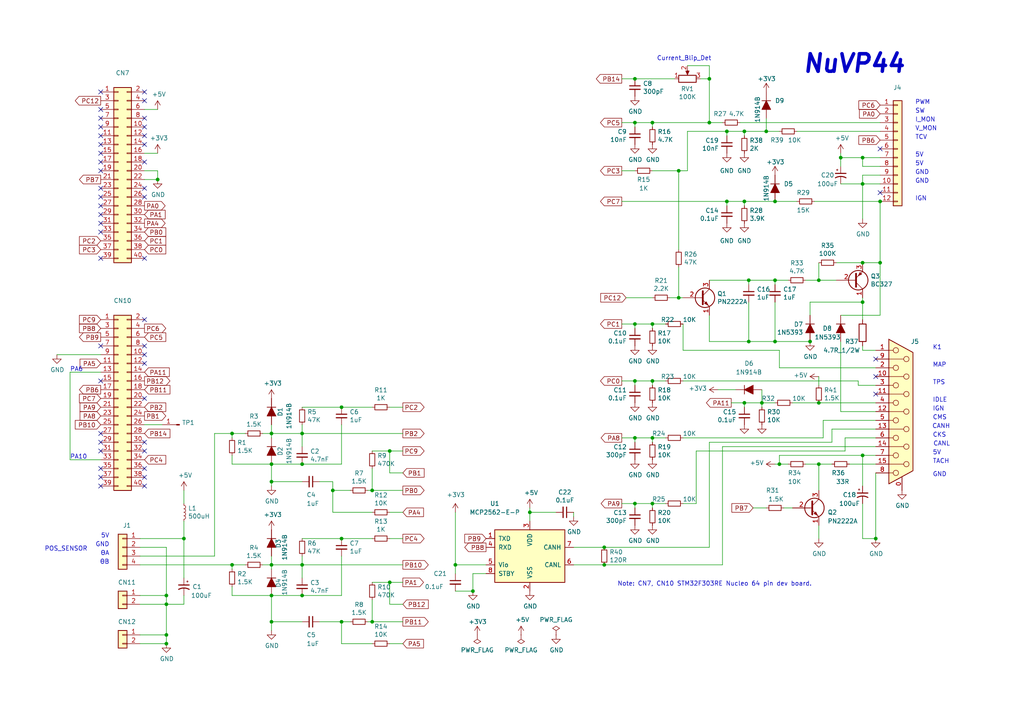
<source format=kicad_sch>
(kicad_sch (version 20230121) (generator eeschema)
  (paper "A4")
  (title_block (title "NuVP44 control") (date "2023-03-10") (rev "A1"))
  (junction (at 234.95 99.06))
  (junction (at 87.63 172.72))
  (junction (at 99.06 156.21))
  (junction (at 48.26 184.15))
  (junction (at 78.74 180.34))
  (junction (at 78.74 125.73))
  (junction (at 45.72 52.07))
  (junction (at 132.08 163.83))
  (junction (at 210.82 38.1))
  (junction (at 215.9 38.1))
  (junction (at 48.26 175.26))
  (junction (at 53.34 156.21))
  (junction (at 217.17 99.06))
  (junction (at 153.67 148.59))
  (junction (at 175.26 158.75))
  (junction (at 205.74 22.86))
  (junction (at 184.15 93.98))
  (junction (at 99.06 118.11))
  (junction (at 222.25 38.1))
  (junction (at 250.19 53.34))
  (junction (at 113.03 130.81))
  (junction (at 67.31 125.73))
  (junction (at 184.15 146.05))
  (junction (at 78.74 172.72))
  (junction (at 78.74 139.7))
  (junction (at 184.15 35.56))
  (junction (at 250.19 132.08))
  (junction (at 205.74 35.56))
  (junction (at 48.26 186.69))
  (junction (at 175.26 163.83))
  (junction (at 210.82 58.42))
  (junction (at 137.16 171.45))
  (junction (at 87.63 134.62))
  (junction (at 196.85 86.36))
  (junction (at 189.23 127))
  (junction (at 189.23 110.49))
  (junction (at 189.23 35.56))
  (junction (at 99.06 180.34))
  (junction (at 224.79 81.28))
  (junction (at 215.9 116.84))
  (junction (at 78.74 163.83))
  (junction (at 217.17 81.28))
  (junction (at 255.27 58.42))
  (junction (at 254 156.21))
  (junction (at 215.9 58.42))
  (junction (at 107.95 142.24))
  (junction (at 87.63 125.73))
  (junction (at 184.15 110.49))
  (junction (at 87.63 163.83))
  (junction (at 189.23 93.98))
  (junction (at 48.26 172.72))
  (junction (at 226.06 134.62))
  (junction (at 250.19 45.72))
  (junction (at 237.49 116.84))
  (junction (at 224.79 58.42))
  (junction (at 96.52 142.24))
  (junction (at 184.15 22.86))
  (junction (at 67.31 163.83))
  (junction (at 255.27 76.2))
  (junction (at 196.85 49.53))
  (junction (at 250.19 76.2))
  (junction (at 107.95 180.34))
  (junction (at 78.74 134.62))
  (junction (at 237.49 81.28))
  (junction (at 237.49 134.62))
  (junction (at 220.98 116.84))
  (junction (at 243.84 45.72))
  (junction (at 224.79 99.06))
  (junction (at 250.19 87.63))
  (junction (at 113.03 168.91))
  (junction (at 189.23 146.05))
  (junction (at 184.15 127))
  (no_connect (at 41.91 54.61))
  (no_connect (at 41.91 46.99))
  (no_connect (at 29.21 62.23))
  (no_connect (at 255.27 55.88))
  (no_connect (at 254 114.3))
  (no_connect (at 29.21 138.43))
  (no_connect (at 41.91 130.81))
  (no_connect (at 29.21 59.69))
  (no_connect (at 29.21 57.15))
  (no_connect (at 29.21 67.31))
  (no_connect (at 41.91 92.71))
  (no_connect (at 41.91 39.37))
  (no_connect (at 29.21 74.93))
  (no_connect (at 29.21 39.37))
  (no_connect (at 29.21 31.75))
  (no_connect (at 29.21 26.67))
  (no_connect (at 41.91 74.93))
  (no_connect (at 41.91 29.21))
  (no_connect (at 41.91 135.89))
  (no_connect (at 29.21 110.49))
  (no_connect (at 29.21 44.45))
  (no_connect (at 29.21 49.53))
  (no_connect (at 29.21 34.29))
  (no_connect (at 41.91 26.67))
  (no_connect (at 41.91 102.87))
  (no_connect (at 41.91 115.57))
  (no_connect (at 41.91 128.27))
  (no_connect (at 29.21 64.77))
  (no_connect (at 41.91 138.43))
  (no_connect (at 29.21 46.99))
  (no_connect (at 29.21 128.27))
  (no_connect (at 41.91 105.41))
  (no_connect (at 29.21 125.73))
  (no_connect (at 41.91 36.83))
  (no_connect (at 254 104.14))
  (no_connect (at 254 109.22))
  (no_connect (at 41.91 140.97))
  (no_connect (at 41.91 34.29))
  (no_connect (at 29.21 100.33))
  (no_connect (at 255.27 43.18))
  (no_connect (at 29.21 54.61))
  (no_connect (at 41.91 41.91))
  (no_connect (at 29.21 41.91))
  (no_connect (at 41.91 100.33))
  (no_connect (at 29.21 130.81))
  (no_connect (at 29.21 135.89))
  (no_connect (at 29.21 36.83))
  (no_connect (at 29.21 140.97))
  (no_connect (at 41.91 57.15))
  (wire (pts (xy 99.06 186.69) (xy 99.06 180.34)))
  (wire (pts (xy 53.34 175.26) (xy 53.34 172.72)))
  (wire (pts (xy 107.95 168.91) (xy 113.03 168.91)))
  (wire (pts (xy 215.9 116.84) (xy 220.98 116.84)))
  (wire (pts (xy 107.95 180.34) (xy 116.84 180.34)))
  (wire (pts (xy 205.74 99.06) (xy 217.17 99.06)))
  (wire (pts (xy 236.22 58.42) (xy 255.27 58.42)))
  (wire (pts (xy 250.19 140.97) (xy 250.19 132.08)))
  (wire (pts (xy 224.79 58.42) (xy 231.14 58.42)))
  (wire (pts (xy 87.63 123.19) (xy 87.63 125.73)))
  (wire (pts (xy 226.06 132.08) (xy 250.19 132.08)))
  (wire (pts (xy 255.27 76.2) (xy 255.27 58.42)))
  (wire (pts (xy 189.23 49.53) (xy 196.85 49.53)))
  (wire (pts (xy 184.15 110.49) (xy 189.23 110.49)))
  (wire (pts (xy 99.06 123.19) (xy 99.06 134.62)))
  (wire (pts (xy 180.34 49.53) (xy 184.15 49.53)))
  (wire (pts (xy 166.37 158.75) (xy 175.26 158.75)))
  (wire (pts (xy 180.34 22.86) (xy 184.15 22.86)))
  (wire (pts (xy 96.52 148.59) (xy 96.52 142.24)))
  (wire (pts (xy 215.9 38.1) (xy 222.25 38.1)))
  (wire (pts (xy 217.17 87.63) (xy 217.17 99.06)))
  (wire (pts (xy 132.08 163.83) (xy 140.97 163.83)))
  (wire (pts (xy 217.17 82.55) (xy 217.17 81.28)))
  (wire (pts (xy 245.11 127) (xy 254 127)))
  (wire (pts (xy 189.23 127) (xy 193.04 127)))
  (wire (pts (xy 199.39 19.05) (xy 205.74 19.05)))
  (wire (pts (xy 222.25 38.1) (xy 226.06 38.1)))
  (wire (pts (xy 76.2 163.83) (xy 78.74 163.83)))
  (wire (pts (xy 248.92 111.76) (xy 254 111.76)))
  (wire (pts (xy 116.84 137.16) (xy 113.03 137.16)))
  (wire (pts (xy 41.91 52.07) (xy 45.72 52.07)))
  (wire (pts (xy 180.34 110.49) (xy 184.15 110.49)))
  (wire (pts (xy 184.15 128.27) (xy 184.15 127)))
  (wire (pts (xy 226.06 134.62) (xy 226.06 132.08)))
  (wire (pts (xy 153.67 148.59) (xy 153.67 151.13)))
  (wire (pts (xy 199.39 38.1) (xy 210.82 38.1)))
  (wire (pts (xy 132.08 163.83) (xy 132.08 166.37)))
  (wire (pts (xy 255.27 91.44) (xy 255.27 76.2)))
  (wire (pts (xy 78.74 139.7) (xy 78.74 140.97)))
  (wire (pts (xy 243.84 44.45) (xy 243.84 45.72)))
  (wire (pts (xy 237.49 142.24) (xy 237.49 134.62)))
  (wire (pts (xy 99.06 180.34) (xy 101.6 180.34)))
  (wire (pts (xy 189.23 93.98) (xy 193.04 93.98)))
  (wire (pts (xy 107.95 148.59) (xy 96.52 148.59)))
  (wire (pts (xy 96.52 139.7) (xy 96.52 142.24)))
  (wire (pts (xy 181.61 86.36) (xy 189.23 86.36)))
  (wire (pts (xy 92.71 180.34) (xy 99.06 180.34)))
  (wire (pts (xy 78.74 161.29) (xy 78.74 163.83)))
  (wire (pts (xy 224.79 87.63) (xy 224.79 99.06)))
  (wire (pts (xy 198.12 127) (xy 238.76 127)))
  (wire (pts (xy 96.52 142.24) (xy 101.6 142.24)))
  (wire (pts (xy 198.12 101.6) (xy 198.12 93.98)))
  (wire (pts (xy 184.15 146.05) (xy 189.23 146.05)))
  (wire (pts (xy 215.9 39.37) (xy 215.9 38.1)))
  (wire (pts (xy 250.19 76.2) (xy 242.57 76.2)))
  (wire (pts (xy 250.19 45.72) (xy 243.84 45.72)))
  (wire (pts (xy 87.63 139.7) (xy 78.74 139.7)))
  (wire (pts (xy 20.32 133.35) (xy 20.32 107.95)))
  (wire (pts (xy 205.74 19.05) (xy 205.74 22.86)))
  (wire (pts (xy 71.12 125.73) (xy 67.31 125.73)))
  (wire (pts (xy 48.26 175.26) (xy 48.26 184.15)))
  (wire (pts (xy 87.63 163.83) (xy 87.63 167.64)))
  (wire (pts (xy 113.03 118.11) (xy 116.84 118.11)))
  (wire (pts (xy 87.63 180.34) (xy 78.74 180.34)))
  (wire (pts (xy 198.12 110.49) (xy 248.92 110.49)))
  (wire (pts (xy 99.06 172.72) (xy 87.63 172.72)))
  (wire (pts (xy 45.72 49.53) (xy 45.72 52.07)))
  (wire (pts (xy 48.26 175.26) (xy 53.34 175.26)))
  (wire (pts (xy 201.93 146.05) (xy 198.12 146.05)))
  (wire (pts (xy 107.95 142.24) (xy 116.84 142.24)))
  (wire (pts (xy 205.74 128.27) (xy 241.3 128.27)))
  (wire (pts (xy 184.15 147.32) (xy 184.15 146.05)))
  (wire (pts (xy 67.31 125.73) (xy 67.31 127)))
  (wire (pts (xy 189.23 36.83) (xy 189.23 35.56)))
  (wire (pts (xy 217.17 99.06) (xy 224.79 99.06)))
  (wire (pts (xy 229.87 116.84) (xy 237.49 116.84)))
  (wire (pts (xy 106.68 142.24) (xy 107.95 142.24)))
  (wire (pts (xy 250.19 146.05) (xy 250.19 156.21)))
  (wire (pts (xy 210.82 39.37) (xy 210.82 38.1)))
  (wire (pts (xy 215.9 118.11) (xy 215.9 116.84)))
  (wire (pts (xy 210.82 59.69) (xy 210.82 58.42)))
  (wire (pts (xy 107.95 173.99) (xy 107.95 180.34)))
  (wire (pts (xy 224.79 81.28) (xy 228.6 81.28)))
  (wire (pts (xy 237.49 81.28) (xy 233.68 81.28)))
  (wire (pts (xy 220.98 116.84) (xy 224.79 116.84)))
  (wire (pts (xy 218.44 147.32) (xy 222.25 147.32)))
  (wire (pts (xy 67.31 163.83) (xy 67.31 165.1)))
  (wire (pts (xy 205.74 35.56) (xy 209.55 35.56)))
  (wire (pts (xy 175.26 158.75) (xy 205.74 158.75)))
  (wire (pts (xy 40.64 158.75) (xy 48.26 158.75)))
  (wire (pts (xy 205.74 81.28) (xy 217.17 81.28)))
  (wire (pts (xy 255.27 53.34) (xy 250.19 53.34)))
  (wire (pts (xy 224.79 99.06) (xy 234.95 99.06)))
  (wire (pts (xy 226.06 106.68) (xy 226.06 101.6)))
  (wire (pts (xy 132.08 171.45) (xy 137.16 171.45)))
  (wire (pts (xy 250.19 45.72) (xy 255.27 45.72)))
  (wire (pts (xy 255.27 50.8) (xy 250.19 50.8)))
  (wire (pts (xy 53.34 167.64) (xy 53.34 156.21)))
  (wire (pts (xy 224.79 82.55) (xy 224.79 81.28)))
  (wire (pts (xy 209.55 163.83) (xy 209.55 129.54)))
  (wire (pts (xy 107.95 186.69) (xy 99.06 186.69)))
  (wire (pts (xy 107.95 135.89) (xy 107.95 142.24)))
  (wire (pts (xy 237.49 111.76) (xy 237.49 109.22)))
  (wire (pts (xy 113.03 130.81) (xy 116.84 130.81)))
  (wire (pts (xy 254 137.16) (xy 254 156.21)))
  (wire (pts (xy 234.95 87.63) (xy 250.19 87.63)))
  (wire (pts (xy 210.82 58.42) (xy 215.9 58.42)))
  (wire (pts (xy 243.84 119.38) (xy 243.84 99.06)))
  (wire (pts (xy 245.11 130.81) (xy 245.11 127)))
  (wire (pts (xy 87.63 134.62) (xy 78.74 134.62)))
  (wire (pts (xy 41.91 31.75) (xy 45.72 31.75)))
  (wire (pts (xy 71.12 163.83) (xy 67.31 163.83)))
  (wire (pts (xy 41.91 49.53) (xy 45.72 49.53)))
  (wire (pts (xy 16.51 102.87) (xy 29.21 102.87)))
  (wire (pts (xy 196.85 72.39) (xy 196.85 49.53)))
  (wire (pts (xy 67.31 134.62) (xy 78.74 134.62)))
  (wire (pts (xy 99.06 161.29) (xy 99.06 172.72)))
  (wire (pts (xy 250.19 50.8) (xy 250.19 53.34)))
  (wire (pts (xy 113.03 137.16) (xy 113.03 130.81)))
  (wire (pts (xy 196.85 77.47) (xy 196.85 86.36)))
  (wire (pts (xy 189.23 110.49) (xy 193.04 110.49)))
  (wire (pts (xy 78.74 182.88) (xy 78.74 180.34)))
  (wire (pts (xy 238.76 121.92) (xy 254 121.92)))
  (wire (pts (xy 40.64 184.15) (xy 48.26 184.15)))
  (wire (pts (xy 184.15 127) (xy 189.23 127)))
  (wire (pts (xy 140.97 166.37) (xy 137.16 166.37)))
  (wire (pts (xy 92.71 139.7) (xy 96.52 139.7)))
  (wire (pts (xy 222.25 34.29) (xy 222.25 38.1)))
  (wire (pts (xy 212.09 116.84) (xy 215.9 116.84)))
  (wire (pts (xy 87.63 172.72) (xy 78.74 172.72)))
  (wire (pts (xy 67.31 170.18) (xy 67.31 172.72)))
  (wire (pts (xy 220.98 118.11) (xy 220.98 116.84)))
  (wire (pts (xy 205.74 158.75) (xy 205.74 128.27)))
  (wire (pts (xy 67.31 132.08) (xy 67.31 134.62)))
  (wire (pts (xy 237.49 76.2) (xy 237.49 81.28)))
  (wire (pts (xy 243.84 45.72) (xy 243.84 48.26)))
  (wire (pts (xy 87.63 118.11) (xy 99.06 118.11)))
  (wire (pts (xy 205.74 22.86) (xy 205.74 35.56)))
  (wire (pts (xy 99.06 134.62) (xy 87.63 134.62)))
  (wire (pts (xy 250.19 100.33) (xy 250.19 101.6)))
  (wire (pts (xy 254 119.38) (xy 243.84 119.38)))
  (wire (pts (xy 116.84 163.83) (xy 87.63 163.83)))
  (wire (pts (xy 184.15 111.76) (xy 184.15 110.49)))
  (wire (pts (xy 220.98 113.03) (xy 220.98 116.84)))
  (wire (pts (xy 194.31 86.36) (xy 196.85 86.36)))
  (wire (pts (xy 40.64 161.29) (xy 62.23 161.29)))
  (wire (pts (xy 250.19 132.08) (xy 254 132.08)))
  (wire (pts (xy 40.64 163.83) (xy 67.31 163.83)))
  (wire (pts (xy 210.82 38.1) (xy 215.9 38.1)))
  (wire (pts (xy 195.58 22.86) (xy 184.15 22.86)))
  (wire (pts (xy 180.34 93.98) (xy 184.15 93.98)))
  (wire (pts (xy 189.23 95.25) (xy 189.23 93.98)))
  (wire (pts (xy 250.19 53.34) (xy 250.19 63.5)))
  (wire (pts (xy 107.95 118.11) (xy 99.06 118.11)))
  (wire (pts (xy 231.14 38.1) (xy 255.27 38.1)))
  (wire (pts (xy 226.06 101.6) (xy 198.12 101.6)))
  (wire (pts (xy 76.2 125.73) (xy 78.74 125.73)))
  (wire (pts (xy 41.91 44.45) (xy 45.72 44.45)))
  (wire (pts (xy 116.84 175.26) (xy 113.03 175.26)))
  (wire (pts (xy 214.63 35.56) (xy 255.27 35.56)))
  (wire (pts (xy 166.37 148.59) (xy 166.37 149.86)))
  (wire (pts (xy 67.31 172.72) (xy 78.74 172.72)))
  (wire (pts (xy 78.74 172.72) (xy 78.74 180.34)))
  (wire (pts (xy 250.19 101.6) (xy 254 101.6)))
  (wire (pts (xy 241.3 124.46) (xy 254 124.46)))
  (wire (pts (xy 153.67 148.59) (xy 161.29 148.59)))
  (wire (pts (xy 246.38 134.62) (xy 254 134.62)))
  (wire (pts (xy 153.67 147.32) (xy 153.67 148.59)))
  (wire (pts (xy 234.95 91.44) (xy 234.95 87.63)))
  (wire (pts (xy 40.64 186.69) (xy 48.26 186.69)))
  (wire (pts (xy 189.23 146.05) (xy 193.04 146.05)))
  (wire (pts (xy 62.23 161.29) (xy 62.23 125.73)))
  (wire (pts (xy 250.19 87.63) (xy 250.19 92.71)))
  (wire (pts (xy 250.19 48.26) (xy 250.19 45.72)))
  (wire (pts (xy 243.84 53.34) (xy 250.19 53.34)))
  (wire (pts (xy 20.32 133.35) (xy 29.21 133.35)))
  (wire (pts (xy 175.26 163.83) (xy 209.55 163.83)))
  (wire (pts (xy 205.74 91.44) (xy 205.74 99.06)))
  (wire (pts (xy 116.84 186.69) (xy 113.03 186.69)))
  (wire (pts (xy 48.26 172.72) (xy 48.26 158.75)))
  (wire (pts (xy 196.85 49.53) (xy 199.39 49.53)))
  (wire (pts (xy 113.03 175.26) (xy 113.03 168.91)))
  (wire (pts (xy 48.26 184.15) (xy 48.26 186.69)))
  (wire (pts (xy 180.34 35.56) (xy 184.15 35.56)))
  (wire (pts (xy 242.57 81.28) (xy 237.49 81.28)))
  (wire (pts (xy 78.74 163.83) (xy 87.63 163.83)))
  (wire (pts (xy 215.9 58.42) (xy 224.79 58.42)))
  (wire (pts (xy 20.32 107.95) (xy 29.21 107.95)))
  (wire (pts (xy 250.19 86.36) (xy 250.19 87.63)))
  (wire (pts (xy 107.95 156.21) (xy 99.06 156.21)))
  (wire (pts (xy 184.15 35.56) (xy 189.23 35.56)))
  (wire (pts (xy 184.15 36.83) (xy 184.15 35.56)))
  (wire (pts (xy 53.34 151.13) (xy 53.34 156.21)))
  (wire (pts (xy 237.49 116.84) (xy 254 116.84)))
  (wire (pts (xy 189.23 147.32) (xy 189.23 146.05)))
  (wire (pts (xy 189.23 128.27) (xy 189.23 127)))
  (wire (pts (xy 40.64 175.26) (xy 48.26 175.26)))
  (wire (pts (xy 113.03 156.21) (xy 116.84 156.21)))
  (wire (pts (xy 237.49 134.62) (xy 233.68 134.62)))
  (wire (pts (xy 184.15 93.98) (xy 189.23 93.98)))
  (wire (pts (xy 226.06 134.62) (xy 224.79 134.62)))
  (wire (pts (xy 137.16 166.37) (xy 137.16 171.45)))
  (wire (pts (xy 228.6 134.62) (xy 226.06 134.62)))
  (wire (pts (xy 62.23 125.73) (xy 67.31 125.73)))
  (wire (pts (xy 250.19 156.21) (xy 254 156.21)))
  (wire (pts (xy 40.64 156.21) (xy 53.34 156.21)))
  (wire (pts (xy 241.3 128.27) (xy 241.3 124.46)))
  (wire (pts (xy 184.15 95.25) (xy 184.15 93.98)))
  (wire (pts (xy 243.84 91.44) (xy 255.27 91.44)))
  (wire (pts (xy 87.63 125.73) (xy 87.63 129.54)))
  (wire (pts (xy 78.74 165.1) (xy 78.74 163.83)))
  (wire (pts (xy 255.27 48.26) (xy 250.19 48.26)))
  (wire (pts (xy 87.63 156.21) (xy 99.06 156.21)))
  (wire (pts (xy 41.91 123.19) (xy 46.99 123.19)))
  (wire (pts (xy 78.74 127) (xy 78.74 125.73)))
  (wire (pts (xy 248.92 110.49) (xy 248.92 111.76)))
  (wire (pts (xy 196.85 86.36) (xy 198.12 86.36)))
  (wire (pts (xy 180.34 58.42) (xy 210.82 58.42)))
  (wire (pts (xy 254 106.68) (xy 226.06 106.68)))
  (wire (pts (xy 78.74 125.73) (xy 87.63 125.73)))
  (wire (pts (xy 113.03 168.91) (xy 116.84 168.91)))
  (wire (pts (xy 48.26 172.72) (xy 48.26 175.26)))
  (wire (pts (xy 132.08 148.59) (xy 132.08 163.83)))
  (wire (pts (xy 203.2 22.86) (xy 205.74 22.86)))
  (wire (pts (xy 116.84 148.59) (xy 113.03 148.59)))
  (wire (pts (xy 215.9 59.69) (xy 215.9 58.42)))
  (wire (pts (xy 106.68 180.34) (xy 107.95 180.34)))
  (wire (pts (xy 53.34 142.24) (xy 53.34 146.05)))
  (wire (pts (xy 201.93 130.81) (xy 245.11 130.81)))
  (wire (pts (xy 78.74 134.62) (xy 78.74 139.7)))
  (wire (pts (xy 199.39 49.53) (xy 199.39 38.1)))
  (wire (pts (xy 208.28 113.03) (xy 213.36 113.03)))
  (wire (pts (xy 217.17 81.28) (xy 224.79 81.28)))
  (wire (pts (xy 237.49 152.4) (xy 237.49 156.21)))
  (wire (pts (xy 227.33 147.32) (xy 229.87 147.32)))
  (wire (pts (xy 241.3 134.62) (xy 237.49 134.62)))
  (wire (pts (xy 87.63 161.29) (xy 87.63 163.83)))
  (wire (pts (xy 180.34 146.05) (xy 184.15 146.05)))
  (wire (pts (xy 201.93 130.81) (xy 201.93 146.05)))
  (wire (pts (xy 189.23 35.56) (xy 205.74 35.56)))
  (wire (pts (xy 189.23 111.76) (xy 189.23 110.49)))
  (wire (pts (xy 78.74 123.19) (xy 78.74 125.73)))
  (wire (pts (xy 238.76 127) (xy 238.76 121.92)))
  (wire (pts (xy 116.84 125.73) (xy 87.63 125.73)))
  (wire (pts (xy 209.55 129.54) (xy 254 129.54)))
  (wire (pts (xy 107.95 130.81) (xy 113.03 130.81)))
  (wire (pts (xy 166.37 163.83) (xy 175.26 163.83)))
  (wire (pts (xy 180.34 127) (xy 184.15 127)))
  (wire (pts (xy 250.19 76.2) (xy 255.27 76.2)))
  (wire (pts (xy 40.64 172.72) (xy 48.26 172.72)))
  (text "5V" (at 265.43 45.72 0) (effects (font (size 1.27 1.27)) (justify left bottom)))
  (text "ϴB" (at 31.75 163.83 0) (effects (font (size 1.27 1.27)) (justify right bottom)))
  (text "Note: CN7, CN10 STM32F303RE Nucleo 64 pin dev board." (at 179.07 170.18 0) (effects (font (size 1.27 1.27)) (justify left bottom)))
  (text "K1" (at 270.51 101.6 0) (effects (font (size 1.27 1.27)) (justify left bottom)))
  (text "IGN" (at 265.43 58.42 0) (effects (font (size 1.27 1.27)) (justify left bottom)))
  (text "GND" (at 31.75 158.75 0) (effects (font (size 1.27 1.27)) (justify right bottom)))
  (text "I_MON" (at 265.43 35.56 0) (effects (font (size 1.27 1.27)) (justify left bottom)))
  (text "CANL" (at 275.59 129.54 0) (effects (font (size 1.27 1.27)) (justify right bottom)))
  (text "PA10" (at 20.32 133.35 0) (effects (font (size 1.27 1.27)) (justify left bottom)))
  (text "GND" (at 270.51 138.43 0) (effects (font (size 1.27 1.27)) (justify left bottom)))
  (text "SW" (at 265.43 33.02 0) (effects (font (size 1.27 1.27)) (justify left bottom)))
  (text "NuVP44" (at 262.89 21.59 0) (effects (font (size 5.08 5.08) (thickness 1.016) bold italic) (justify right bottom)))
  (text "Current_Blip_Det" (at 190.5 17.78 0) (effects (font (size 1.27 1.27)) (justify left bottom)))
  (text "5V" (at 265.43 48.26 0) (effects (font (size 1.27 1.27)) (justify left bottom)))
  (text "PA6" (at 20.32 107.95 0) (effects (font (size 1.27 1.27)) (justify left bottom)))
  (text "CMS" (at 270.51 121.92 0) (effects (font (size 1.27 1.27)) (justify left bottom)))
  (text "TCV" (at 265.43 40.64 0) (effects (font (size 1.27 1.27)) (justify left bottom)))
  (text "5V" (at 31.75 156.21 0) (effects (font (size 1.27 1.27)) (justify right bottom)))
  (text "TACH" (at 270.51 134.62 0) (effects (font (size 1.27 1.27)) (justify left bottom)))
  (text "ϴA" (at 31.75 161.29 0) (effects (font (size 1.27 1.27)) (justify right bottom)))
  (text "V_MON" (at 265.43 38.1 0) (effects (font (size 1.27 1.27)) (justify left bottom)))
  (text "IDLE" (at 270.51 116.84 0) (effects (font (size 1.27 1.27)) (justify left bottom)))
  (text "5V" (at 270.51 132.08 0) (effects (font (size 1.27 1.27)) (justify left bottom)))
  (text "PWM" (at 265.43 30.48 0) (effects (font (size 1.27 1.27)) (justify left bottom)))
  (text "GND" (at 265.43 50.8 0) (effects (font (size 1.27 1.27)) (justify left bottom)))
  (text "POS_SENSOR" (at 25.4 160.02 0) (effects (font (size 1.27 1.27)) (justify right bottom)))
  (text "GND" (at 265.43 53.34 0) (effects (font (size 1.27 1.27)) (justify left bottom)))
  (text "CKS" (at 270.51 127 0) (effects (font (size 1.27 1.27)) (justify left bottom)))
  (text "TPS" (at 270.51 111.76 0) (effects (font (size 1.27 1.27)) (justify left bottom)))
  (text "IGN" (at 270.51 119.38 0) (effects (font (size 1.27 1.27)) (justify left bottom)))
  (text "MAP" (at 270.51 106.68 0) (effects (font (size 1.27 1.27)) (justify left bottom)))
  (text "CANH" (at 275.59 124.46 0) (effects (font (size 1.27 1.27)) (justify right bottom)))
  (global_label "PC1" (shape output) (at 180.34 93.98 180) (property "Intersheetrefs" "${INTERSHEET_REFS}" (effects hide)))
  (global_label "PC12" (shape output) (at 29.21 29.21 180) (property "Intersheetrefs" "${INTERSHEET_REFS}" (effects hide)))
  (global_label "PB12" (shape input) (at 116.84 175.26 0) (property "Intersheetrefs" "${INTERSHEET_REFS}" (effects hide)))
  (global_label "PA11" (shape output) (at 212.09 116.84 180) (property "Intersheetrefs" "${INTERSHEET_REFS}" (effects hide)))
  (global_label "PA4" (shape output) (at 41.91 64.77 0) (property "Intersheetrefs" "${INTERSHEET_REFS}" (effects hide)))
  (global_label "PC0" (shape output) (at 180.34 110.49 180) (property "Intersheetrefs" "${INTERSHEET_REFS}" (effects hide)))
  (global_label "PC3" (shape output) (at 180.34 49.53 180) (property "Intersheetrefs" "${INTERSHEET_REFS}" (effects hide)))
  (global_label "PA1" (shape output) (at 116.84 168.91 0) (property "Intersheetrefs" "${INTERSHEET_REFS}" (effects hide)))
  (global_label "PC4" (shape input) (at 41.91 133.35 0) (property "Intersheetrefs" "${INTERSHEET_REFS}" (effects hide)))
  (global_label "PC7" (shape output) (at 180.34 58.42 180) (property "Intersheetrefs" "${INTERSHEET_REFS}" (effects hide)))
  (global_label "PC3" (shape input) (at 29.21 72.39 180) (property "Intersheetrefs" "${INTERSHEET_REFS}" (effects hide)))
  (global_label "PA5" (shape input) (at 29.21 105.41 180) (property "Intersheetrefs" "${INTERSHEET_REFS}" (effects hide)))
  (global_label "PB7" (shape output) (at 29.21 52.07 180) (property "Intersheetrefs" "${INTERSHEET_REFS}" (effects hide)))
  (global_label "PA5" (shape input) (at 116.84 186.69 0) (property "Intersheetrefs" "${INTERSHEET_REFS}" (effects hide)))
  (global_label "PB2" (shape output) (at 116.84 125.73 0) (property "Intersheetrefs" "${INTERSHEET_REFS}" (effects hide)))
  (global_label "PB8" (shape output) (at 140.97 158.75 180) (property "Intersheetrefs" "${INTERSHEET_REFS}" (effects hide)))
  (global_label "PB10" (shape output) (at 116.84 163.83 0) (property "Intersheetrefs" "${INTERSHEET_REFS}" (effects hide)))
  (global_label "PB9" (shape input) (at 140.97 156.21 180) (property "Intersheetrefs" "${INTERSHEET_REFS}" (effects hide)))
  (global_label "PB6" (shape input) (at 255.27 40.64 180) (property "Intersheetrefs" "${INTERSHEET_REFS}" (effects hide)))
  (global_label "PA4" (shape input) (at 116.84 148.59 0) (property "Intersheetrefs" "${INTERSHEET_REFS}" (effects hide)))
  (global_label "PB14" (shape output) (at 180.34 22.86 180) (property "Intersheetrefs" "${INTERSHEET_REFS}" (effects hide)))
  (global_label "PA9" (shape input) (at 29.21 118.11 180) (property "Intersheetrefs" "${INTERSHEET_REFS}" (effects hide)))
  (global_label "PA1" (shape input) (at 41.91 62.23 0) (property "Intersheetrefs" "${INTERSHEET_REFS}" (effects hide)))
  (global_label "PB0" (shape input) (at 41.91 67.31 0) (property "Intersheetrefs" "${INTERSHEET_REFS}" (effects hide)))
  (global_label "PB11" (shape input) (at 41.91 113.03 0) (property "Intersheetrefs" "${INTERSHEET_REFS}" (effects hide)))
  (global_label "PC1" (shape input) (at 41.91 69.85 0) (property "Intersheetrefs" "${INTERSHEET_REFS}" (effects hide)))
  (global_label "PC9" (shape output) (at 116.84 130.81 0) (property "Intersheetrefs" "${INTERSHEET_REFS}" (effects hide)))
  (global_label "PB1" (shape output) (at 41.91 120.65 0) (property "Intersheetrefs" "${INTERSHEET_REFS}" (effects hide)))
  (global_label "PC2" (shape input) (at 29.21 69.85 180) (property "Intersheetrefs" "${INTERSHEET_REFS}" (effects hide)))
  (global_label "PB11" (shape output) (at 116.84 180.34 0) (property "Intersheetrefs" "${INTERSHEET_REFS}" (effects hide)))
  (global_label "PC7" (shape input) (at 29.21 115.57 180) (property "Intersheetrefs" "${INTERSHEET_REFS}" (effects hide)))
  (global_label "PB0" (shape output) (at 116.84 142.24 0) (property "Intersheetrefs" "${INTERSHEET_REFS}" (effects hide)))
  (global_label "PC6" (shape output) (at 41.91 95.25 0) (property "Intersheetrefs" "${INTERSHEET_REFS}" (effects hide)))
  (global_label "PA11" (shape input) (at 41.91 107.95 0) (property "Intersheetrefs" "${INTERSHEET_REFS}" (effects hide)))
  (global_label "PB9" (shape output) (at 29.21 97.79 180) (property "Intersheetrefs" "${INTERSHEET_REFS}" (effects hide)))
  (global_label "PB7" (shape input) (at 218.44 147.32 180) (property "Intersheetrefs" "${INTERSHEET_REFS}" (effects hide)))
  (global_label "PA8" (shape output) (at 180.34 127 180) (property "Intersheetrefs" "${INTERSHEET_REFS}" (effects hide)))
  (global_label "PB2" (shape input) (at 41.91 118.11 0) (property "Intersheetrefs" "${INTERSHEET_REFS}" (effects hide)))
  (global_label "PB10" (shape input) (at 29.21 123.19 180) (property "Intersheetrefs" "${INTERSHEET_REFS}" (effects hide)))
  (global_label "PC9" (shape input) (at 29.21 92.71 180) (property "Intersheetrefs" "${INTERSHEET_REFS}" (effects hide)))
  (global_label "PC2" (shape output) (at 116.84 118.11 0) (property "Intersheetrefs" "${INTERSHEET_REFS}" (effects hide)))
  (global_label "PC4" (shape output) (at 116.84 156.21 0) (property "Intersheetrefs" "${INTERSHEET_REFS}" (effects hide)))
  (global_label "PB14" (shape input) (at 41.91 125.73 0) (property "Intersheetrefs" "${INTERSHEET_REFS}" (effects hide)))
  (global_label "PA0" (shape output) (at 41.91 59.69 0) (property "Intersheetrefs" "${INTERSHEET_REFS}" (effects hide)))
  (global_label "PC6" (shape input) (at 255.27 30.48 180) (property "Intersheetrefs" "${INTERSHEET_REFS}" (effects hide)))
  (global_label "PB6" (shape output) (at 29.21 113.03 180) (property "Intersheetrefs" "${INTERSHEET_REFS}" (effects hide)))
  (global_label "PA0" (shape input) (at 255.27 33.02 180) (property "Intersheetrefs" "${INTERSHEET_REFS}" (effects hide)))
  (global_label "PB1" (shape input) (at 116.84 137.16 0) (property "Intersheetrefs" "${INTERSHEET_REFS}" (effects hide)))
  (global_label "PC5" (shape input) (at 41.91 97.79 0) (property "Intersheetrefs" "${INTERSHEET_REFS}" (effects hide)))
  (global_label "PA8" (shape input) (at 29.21 120.65 180) (property "Intersheetrefs" "${INTERSHEET_REFS}" (effects hide)))
  (global_label "PC12" (shape input) (at 181.61 86.36 180) (property "Intersheetrefs" "${INTERSHEET_REFS}" (effects hide)))
  (global_label "PC0" (shape input) (at 41.91 72.39 0) (property "Intersheetrefs" "${INTERSHEET_REFS}" (effects hide)))
  (global_label "PB8" (shape input) (at 29.21 95.25 180) (property "Intersheetrefs" "${INTERSHEET_REFS}" (effects hide)))
  (global_label "PB12" (shape output) (at 41.91 110.49 0) (property "Intersheetrefs" "${INTERSHEET_REFS}" (effects hide)))
  (global_label "PC5" (shape output) (at 180.34 35.56 180) (property "Intersheetrefs" "${INTERSHEET_REFS}" (effects hide)))
  (global_label "PA9" (shape output) (at 180.34 146.05 180) (property "Intersheetrefs" "${INTERSHEET_REFS}" (effects hide)))
  (symbol (lib_id "030823NU-rescue:Conn_02x20_Odd_Even-Connector_Generic") (at 34.29 49.53 0) (unit 1)
    (property "Reference" "CN7" (at 35.56 21.1582 0))
    (property "Value" "Conn_02x20_Odd_Even" (effects hide))
    (property "Footprint" "Connector_PinHeader_2.54mm:PinHeader_2x20_P2.54mm_Vertical" (effects hide))
  )
  (symbol (lib_id "030823NU-rescue:Conn_02x20_Odd_Even-Connector_Generic") (at 34.29 115.57 0) (unit 1)
    (property "Reference" "CN10" (at 35.56 87.1982 0))
    (property "Value" "Conn_02x20_Odd_Even" (effects hide))
    (property "Footprint" "Connector_PinHeader_2.54mm:PinHeader_2x20_P2.54mm_Vertical" (effects hide))
  )
  (symbol (lib_id "030823NU-rescue:R_Small-Device") (at 231.14 134.62 90) (unit 1)
    (property "Reference" "R34" (at 232.41 137.16 90) (effects (justify left)))
    (property "Value" "10K" (at 232.41 139.7 90) (effects (justify left)))
    (property "Footprint" "Resistor_THT:R_Axial_DIN0204_L3.6mm_D1.6mm_P7.62mm_Horizontal" (effects hide))
  )
  (symbol (lib_id "030823NU-rescue:R_Small-Device") (at 243.84 134.62 90) (unit 1)
    (property "Reference" "R36" (at 245.11 137.16 90) (effects (justify left)))
    (property "Value" "33R" (at 246.38 139.7 90) (effects (justify left)))
    (property "Footprint" "Resistor_THT:R_Axial_DIN0204_L3.6mm_D1.6mm_P7.62mm_Horizontal" (effects hide))
  )
  (symbol (lib_id "030823NU-rescue:Conn_01x04-Connector_Generic") (at 35.56 158.75 0) (mirror y) (unit 1)
    (property "Reference" "J1" (at 36.83 152.4 0))
    (property "Value" "Conn_01x04_Shielded" (effects hide))
    (property "Footprint" "Connector_PinHeader_2.54mm:PinHeader_1x04_P2.54mm_Vertical" (effects hide))
  )
  (symbol (lib_id "030823NU-rescue:Conn_01x02-Connector_Generic") (at 35.56 172.72 0) (mirror y) (unit 1)
    (property "Reference" "CN11" (at 36.83 168.91 0))
    (property "Value" "Conn_01x02_Female" (effects hide))
    (property "Footprint" "Connector_PinHeader_2.54mm:PinHeader_1x02_P2.54mm_Vertical" (effects hide))
    (property "Datasheet" " S5448-ND RIGHT ANGLE" (effects hide))
  )
  (symbol (lib_id "030823NU-rescue:Conn_01x02-Connector_Generic") (at 35.56 184.15 0) (mirror y) (unit 1)
    (property "Reference" "CN12" (at 36.83 180.34 0))
    (property "Value" "Conn_01x02_Female" (effects hide))
    (property "Footprint" "Connector_PinHeader_2.54mm:PinHeader_1x02_P2.54mm_Vertical" (effects hide))
    (property "Datasheet" " S5448-ND RIGHT ANGLE" (effects hide))
  )
  (symbol (lib_id "030823NU-rescue:GND-power") (at 48.26 186.69 0) (unit 1)
    (property "Reference" "#PWR05" (effects hide))
    (property "Value" "GND" (at 48.387 191.0842 0))
  )
  (symbol (lib_id "030823NU-rescue:GND-power") (at 237.49 156.21 0) (unit 1)
    (property "Reference" "#PWR030" (effects hide))
    (property "Value" "GND" (at 237.617 160.6042 0))
  )
  (symbol (lib_id "030823NU-rescue:+5V-power") (at 224.79 134.62 90) (unit 1)
    (property "Reference" "#PWR028" (effects hide))
    (property "Value" "+5V" (at 221.5388 134.239 90) (effects (justify left)))
  )
  (symbol (lib_id "030823NU-rescue:R_Small-Device") (at 224.79 147.32 90) (unit 1)
    (property "Reference" "R31" (at 226.06 142.24 90) (effects (justify left)))
    (property "Value" "1.5K" (at 227.33 144.78 90) (effects (justify left)))
    (property "Footprint" "Resistor_THT:R_Axial_DIN0204_L3.6mm_D1.6mm_P7.62mm_Horizontal" (effects hide))
  )
  (symbol (lib_id "030823NU-rescue:GND-power") (at 254 156.21 0) (unit 1)
    (property "Reference" "#PWR033" (effects hide))
    (property "Value" "GND" (at 254.127 160.6042 0))
  )
  (symbol (lib_id "030823NU-rescue:GND-power") (at 45.72 52.07 0) (unit 1)
    (property "Reference" "#PWR04" (effects hide))
    (property "Value" "GND" (at 45.847 56.4642 0))
  )
  (symbol (lib_id "030823NU-rescue:+3V3-power") (at 45.72 44.45 0) (unit 1)
    (property "Reference" "#PWR03" (effects hide))
    (property "Value" "+3V3" (at 46.101 40.0558 0))
  )
  (symbol (lib_id "030823NU-rescue:+5V-power") (at 45.72 31.75 0) (unit 1)
    (property "Reference" "#PWR02" (effects hide))
    (property "Value" "+5V" (at 46.101 27.3558 0))
  )
  (symbol (lib_id "030823NU-rescue:CP1_Small-Device") (at 250.19 143.51 0) (unit 1)
    (property "Reference" "C18" (at 246.38 143.51 0))
    (property "Value" "100uF" (at 246.38 146.05 0))
    (property "Footprint" "Capacitor_THT:CP_Radial_D5.0mm_P2.50mm" (effects hide))
  )
  (symbol (lib_id "030823NU-rescue:R_Small-Device") (at 189.23 97.79 0) (unit 1)
    (property "Reference" "R17" (at 190.7286 96.6216 0) (effects (justify left)))
    (property "Value" "10K" (at 190.7286 98.933 0) (effects (justify left)))
    (property "Footprint" "Resistor_THT:R_Axial_DIN0204_L3.6mm_D1.6mm_P7.62mm_Horizontal" (effects hide))
  )
  (symbol (lib_id "030823NU-rescue:R_Small-Device") (at 195.58 93.98 90) (unit 1)
    (property "Reference" "R22" (at 195.58 92.71 90) (effects (justify left)))
    (property "Value" "10K" (at 201.93 92.71 90) (effects (justify left)))
    (property "Footprint" "Resistor_THT:R_Axial_DIN0204_L3.6mm_D1.6mm_P7.62mm_Horizontal" (effects hide))
  )
  (symbol (lib_id "030823NU-rescue:C_Small-Device") (at 184.15 97.79 0) (mirror y) (unit 1)
    (property "Reference" "C10" (at 181.8132 96.6216 0) (effects (justify left)))
    (property "Value" "0.1uF" (at 181.8132 98.933 0) (effects (justify left)))
    (property "Footprint" "Capacitor_THT:C_Disc_D5.0mm_W2.5mm_P5.00mm" (effects hide))
  )
  (symbol (lib_id "030823NU-rescue:GND-power") (at 184.15 100.33 0) (unit 1)
    (property "Reference" "#PWR013" (effects hide))
    (property "Value" "GND" (at 184.277 104.7242 0))
  )
  (symbol (lib_id "030823NU-rescue:GND-power") (at 189.23 100.33 0) (unit 1)
    (property "Reference" "#PWR018" (effects hide))
    (property "Value" "GND" (at 189.357 104.7242 0))
  )
  (symbol (lib_id "030823NU-rescue:L_Small-Device") (at 53.34 148.59 0) (unit 1)
    (property "Reference" "L1" (at 54.5592 147.4216 0) (effects (justify left)))
    (property "Value" "500uH" (at 54.5592 149.733 0) (effects (justify left)))
    (property "Footprint" "Inductor_THT:L_Axial_L11.0mm_D4.5mm_P5.08mm_Vertical_Fastron_MECC" (effects hide))
  )
  (symbol (lib_id "030823NU-rescue:CP1_Small-Device") (at 53.34 170.18 0) (mirror y) (unit 1)
    (property "Reference" "C1" (at 57.15 170.18 0))
    (property "Value" "100uF" (at 58.42 172.72 0))
    (property "Footprint" "Capacitor_THT:CP_Radial_D5.0mm_P2.50mm" (effects hide))
  )
  (symbol (lib_id "030823NU-rescue:+5V-power") (at 53.34 142.24 0) (unit 1)
    (property "Reference" "#PWR06" (effects hide))
    (property "Value" "+5V" (at 53.721 137.8458 0))
  )
  (symbol (lib_id "030823NU-rescue:GND-power") (at 16.51 102.87 0) (unit 1)
    (property "Reference" "#PWR01" (effects hide))
    (property "Value" "GND" (at 16.637 107.2642 0))
  )
  (symbol (lib_id "030823NU-rescue:R_Small-Device") (at 189.23 114.3 0) (unit 1)
    (property "Reference" "R18" (at 190.7286 113.1316 0) (effects (justify left)))
    (property "Value" "10K" (at 190.7286 115.443 0) (effects (justify left)))
    (property "Footprint" "Resistor_THT:R_Axial_DIN0204_L3.6mm_D1.6mm_P7.62mm_Horizontal" (effects hide))
  )
  (symbol (lib_id "030823NU-rescue:R_Small-Device") (at 195.58 110.49 90) (unit 1)
    (property "Reference" "R23" (at 195.58 109.22 90) (effects (justify left)))
    (property "Value" "10K" (at 201.93 109.22 90) (effects (justify left)))
    (property "Footprint" "Resistor_THT:R_Axial_DIN0204_L3.6mm_D1.6mm_P7.62mm_Horizontal" (effects hide))
  )
  (symbol (lib_id "030823NU-rescue:C_Small-Device") (at 184.15 114.3 0) (mirror y) (unit 1)
    (property "Reference" "C11" (at 181.8132 113.1316 0) (effects (justify left)))
    (property "Value" "0.1uF" (at 181.8132 115.443 0) (effects (justify left)))
    (property "Footprint" "Capacitor_THT:C_Disc_D5.0mm_W2.5mm_P5.00mm" (effects hide))
  )
  (symbol (lib_id "030823NU-rescue:GND-power") (at 184.15 116.84 0) (unit 1)
    (property "Reference" "#PWR014" (effects hide))
    (property "Value" "GND" (at 184.277 121.2342 0))
  )
  (symbol (lib_id "030823NU-rescue:GND-power") (at 189.23 116.84 0) (unit 1)
    (property "Reference" "#PWR019" (effects hide))
    (property "Value" "GND" (at 189.357 121.2342 0))
  )
  (symbol (lib_id "030823NU-rescue:R_Small-Device") (at 189.23 130.81 0) (unit 1)
    (property "Reference" "R19" (at 190.7286 129.6416 0) (effects (justify left)))
    (property "Value" "10K" (at 190.7286 131.953 0) (effects (justify left)))
    (property "Footprint" "Resistor_THT:R_Axial_DIN0204_L3.6mm_D1.6mm_P7.62mm_Horizontal" (effects hide))
  )
  (symbol (lib_id "030823NU-rescue:R_Small-Device") (at 195.58 127 90) (unit 1)
    (property "Reference" "R24" (at 193.04 125.73 90) (effects (justify left)))
    (property "Value" "10K" (at 201.93 125.73 90) (effects (justify left)))
    (property "Footprint" "Resistor_THT:R_Axial_DIN0204_L3.6mm_D1.6mm_P7.62mm_Horizontal" (effects hide))
  )
  (symbol (lib_id "030823NU-rescue:C_Small-Device") (at 184.15 130.81 0) (mirror y) (unit 1)
    (property "Reference" "C12" (at 181.8132 129.6416 0) (effects (justify left)))
    (property "Value" "300pF" (at 181.8132 131.953 0) (effects (justify left)))
    (property "Footprint" "Capacitor_THT:C_Disc_D5.0mm_W2.5mm_P5.00mm" (effects hide))
  )
  (symbol (lib_id "030823NU-rescue:GND-power") (at 184.15 133.35 0) (unit 1)
    (property "Reference" "#PWR015" (effects hide))
    (property "Value" "GND" (at 184.277 137.7442 0))
  )
  (symbol (lib_id "030823NU-rescue:GND-power") (at 189.23 133.35 0) (unit 1)
    (property "Reference" "#PWR020" (effects hide))
    (property "Value" "GND" (at 189.357 137.7442 0))
  )
  (symbol (lib_id "030823NU-rescue:R_Small-Device") (at 220.98 120.65 0) (unit 1)
    (property "Reference" "R30" (at 222.4786 119.4816 0) (effects (justify left)))
    (property "Value" "10K" (at 222.4786 121.793 0) (effects (justify left)))
    (property "Footprint" "Resistor_THT:R_Axial_DIN0204_L3.6mm_D1.6mm_P7.62mm_Horizontal" (effects hide))
  )
  (symbol (lib_id "030823NU-rescue:R_Small-Device") (at 227.33 116.84 90) (unit 1)
    (property "Reference" "R32" (at 224.79 115.57 90) (effects (justify left)))
    (property "Value" "10K" (at 233.68 115.57 90) (effects (justify left)))
    (property "Footprint" "Resistor_THT:R_Axial_DIN0204_L3.6mm_D1.6mm_P7.62mm_Horizontal" (effects hide))
  )
  (symbol (lib_id "030823NU-rescue:C_Small-Device") (at 215.9 120.65 0) (mirror y) (unit 1)
    (property "Reference" "C15" (at 213.5632 119.4816 0) (effects (justify left)))
    (property "Value" "0.1uF" (at 213.5632 121.793 0) (effects (justify left)))
    (property "Footprint" "Capacitor_THT:C_Disc_D5.0mm_W2.5mm_P5.00mm" (effects hide))
  )
  (symbol (lib_id "030823NU-rescue:GND-power") (at 215.9 123.19 0) (unit 1)
    (property "Reference" "#PWR026" (effects hide))
    (property "Value" "GND" (effects hide))
  )
  (symbol (lib_id "030823NU-rescue:GND-power") (at 220.98 123.19 0) (unit 1)
    (property "Reference" "#PWR027" (effects hide))
    (property "Value" "GND" (effects hide))
  )
  (symbol (lib_id "030823NU-rescue:Conn_01x01_Male-Connector") (at 52.07 123.19 0) (mirror y) (unit 1)
    (property "Reference" "TP1" (at 52.7812 122.5804 0) (effects (justify right)))
    (property "Value" "Conn_01x01_Male" (effects hide))
    (property "Footprint" "Connector_PinHeader_2.54mm:PinHeader_1x01_P2.54mm_Vertical" (effects hide))
  )
  (symbol (lib_id "030823NU-rescue:R_Small-Device") (at 189.23 149.86 0) (unit 1)
    (property "Reference" "R20" (at 190.7286 148.6916 0) (effects (justify left)))
    (property "Value" "10K" (at 190.7286 151.003 0) (effects (justify left)))
    (property "Footprint" "Resistor_THT:R_Axial_DIN0204_L3.6mm_D1.6mm_P7.62mm_Horizontal" (effects hide))
  )
  (symbol (lib_id "030823NU-rescue:R_Small-Device") (at 195.58 146.05 90) (unit 1)
    (property "Reference" "R25" (at 193.04 144.78 90) (effects (justify left)))
    (property "Value" "10K" (at 201.93 144.78 90) (effects (justify left)))
    (property "Footprint" "Resistor_THT:R_Axial_DIN0204_L3.6mm_D1.6mm_P7.62mm_Horizontal" (effects hide))
  )
  (symbol (lib_id "030823NU-rescue:C_Small-Device") (at 184.15 149.86 0) (mirror y) (unit 1)
    (property "Reference" "C13" (at 181.8132 148.6916 0) (effects (justify left)))
    (property "Value" "300pF" (at 181.8132 151.003 0) (effects (justify left)))
    (property "Footprint" "Capacitor_THT:C_Disc_D5.0mm_W2.5mm_P5.00mm" (effects hide))
  )
  (symbol (lib_id "030823NU-rescue:GND-power") (at 184.15 152.4 0) (unit 1)
    (property "Reference" "#PWR016" (effects hide))
    (property "Value" "GND" (at 184.277 156.7942 0))
  )
  (symbol (lib_id "030823NU-rescue:GND-power") (at 189.23 152.4 0) (unit 1)
    (property "Reference" "#PWR021" (effects hide))
    (property "Value" "GND" (at 189.357 156.7942 0))
  )
  (symbol (lib_id "030823NU-rescue:Conn_01x12-Connector_Generic") (at 260.35 43.18 0) (unit 1)
    (property "Reference" "J4" (at 259.08 25.4 0) (effects (justify left)))
    (property "Value" "Conn_01x12" (effects hide))
    (property "Footprint" "Connector_PinHeader_2.54mm:PinHeader_1x12_P2.54mm_Vertical" (effects hide))
  )
  (symbol (lib_id "Connector:DA15_Receptacle_MountingHoles") (at 261.62 119.38 0) (unit 1)
    (property "Reference" "J5" (at 264.16 99.06 0) (effects (justify left)))
    (property "Footprint" "Connector_Dsub:DSUB-15_Female_Horizontal_P2.77x2.84mm_EdgePinOffset4.94mm_Housed_MountingHolesOffset7.48mm" (effects hide))
    (property "Datasheet" " ~" (effects hide))
  )
  (symbol (lib_id "030823NU-rescue:GND-power") (at 250.19 63.5 0) (unit 1)
    (property "Reference" "#PWR032" (effects hide))
    (property "Value" "GND" (at 250.317 67.8942 0))
  )
  (symbol (lib_id "030823NU-rescue:D_ALT-Device") (at 243.84 95.25 90) (mirror x) (unit 1)
    (property "Reference" "D8" (at 241.3 95.25 90) (effects (justify left)))
    (property "Value" "1N5393" (at 243.84 97.79 90) (effects (justify left)))
    (property "Footprint" "Diode_THT:D_DO-41_SOD81_P12.70mm_Horizontal" (effects hide))
  )
  (symbol (lib_id "030823NU-rescue:BC327-Transistor_BJT") (at 247.65 81.28 0) (mirror x) (unit 1)
    (property "Reference" "Q3" (at 252.5014 80.1116 0) (effects (justify left)))
    (property "Value" "BC327" (at 252.5014 82.423 0) (effects (justify left)))
    (property "Footprint" "Package_TO_SOT_THT:TO-92_Inline" (effects hide))
    (property "Datasheet" "http://www.onsemi.com/pub_link/Collateral/BC327-D.PDF" (effects hide))
  )
  (symbol (lib_id "030823NU-rescue:D_ALT-Device") (at 234.95 95.25 90) (mirror x) (unit 1)
    (property "Reference" "D7" (at 232.9434 94.0816 90) (effects (justify left)))
    (property "Value" "1N5393" (at 232.9434 96.393 90) (effects (justify left)))
    (property "Footprint" "Diode_THT:D_DO-41_SOD81_P12.70mm_Horizontal" (effects hide))
  )
  (symbol (lib_id "030823NU-rescue:GND-power") (at 234.95 99.06 0) (unit 1)
    (property "Reference" "#PWR029" (effects hide))
    (property "Value" "GND" (at 235.077 103.4542 0))
  )
  (symbol (lib_id "030823NU-rescue:GND-power") (at 261.62 142.24 0) (unit 1)
    (property "Reference" "#PWR034" (effects hide))
    (property "Value" "GND" (at 261.747 146.6342 0))
  )
  (symbol (lib_id "030823NU-rescue:R_Small-Device") (at 196.85 74.93 0) (unit 1)
    (property "Reference" "R26" (at 198.3486 73.7616 0) (effects (justify left)))
    (property "Value" "47K" (at 198.3486 76.073 0) (effects (justify left)))
    (property "Footprint" "Resistor_THT:R_Axial_DIN0204_L3.6mm_D1.6mm_P7.62mm_Horizontal" (effects hide))
  )
  (symbol (lib_id "030823NU-rescue:R_Small-Device") (at 191.77 86.36 270) (unit 1)
    (property "Reference" "R21" (at 191.77 81.3816 90))
    (property "Value" "2.2K" (at 191.77 83.693 90))
    (property "Footprint" "Resistor_THT:R_Axial_DIN0204_L3.6mm_D1.6mm_P7.62mm_Horizontal" (effects hide))
  )
  (symbol (lib_id "030823NU-rescue:R_Small-Device") (at 231.14 81.28 270) (unit 1)
    (property "Reference" "R33" (at 231.14 76.3016 90))
    (property "Value" "4.7K" (at 231.14 78.613 90))
    (property "Footprint" "Resistor_THT:R_Axial_DIN0204_L3.6mm_D1.6mm_P7.62mm_Horizontal" (effects hide))
  )
  (symbol (lib_id "030823NU-rescue:R_Small-Device") (at 240.03 76.2 270) (unit 1)
    (property "Reference" "R35" (at 240.03 71.2216 90))
    (property "Value" "100K" (at 240.03 73.533 90))
    (property "Footprint" "Resistor_THT:R_Axial_DIN0204_L3.6mm_D1.6mm_P7.62mm_Horizontal" (effects hide))
  )
  (symbol (lib_id "030823NU-rescue:C_Small-Device") (at 184.15 25.4 0) (unit 1)
    (property "Reference" "C8" (at 186.4868 24.2316 0) (effects (justify left)))
    (property "Value" "300pF" (at 186.4868 26.543 0) (effects (justify left)))
    (property "Footprint" "Capacitor_THT:C_Disc_D5.0mm_W2.5mm_P5.00mm" (effects hide))
  )
  (symbol (lib_id "030823NU-rescue:C_Small-Device") (at 99.06 158.75 0) (unit 1)
    (property "Reference" "C7" (at 101.3968 157.5816 0) (effects (justify left)))
    (property "Value" "1uF" (at 101.3968 159.893 0) (effects (justify left)))
    (property "Footprint" "Capacitor_THT:C_Disc_D5.1mm_W3.2mm_P5.00mm" (effects hide))
  )
  (symbol (lib_id "030823NU-rescue:C_Small-Device") (at 217.17 85.09 0) (unit 1)
    (property "Reference" "C16" (at 219.5068 83.9216 0) (effects (justify left)))
    (property "Value" "1uF" (at 219.5068 86.233 0) (effects (justify left)))
    (property "Footprint" "Capacitor_THT:C_Disc_D5.1mm_W3.2mm_P5.00mm" (effects hide))
  )
  (symbol (lib_id "030823NU-rescue:C_Small-Device") (at 224.79 85.09 0) (unit 1)
    (property "Reference" "C17" (at 227.1268 83.9216 0) (effects (justify left)))
    (property "Value" "1uF" (at 227.1268 86.233 0) (effects (justify left)))
    (property "Footprint" "Capacitor_THT:C_Disc_D5.1mm_W3.2mm_P5.00mm" (effects hide))
  )
  (symbol (lib_id "030823NU-rescue:MCP2562-E-P-Interface_CAN_LIN") (at 153.67 161.29 0) (unit 1)
    (property "Reference" "U1" (at 143.51 146.05 0))
    (property "Value" "MCP2562-E-P" (at 143.51 148.59 0))
    (property "Footprint" "Package_DIP:DIP-8_W7.62mm_Socket" (effects hide))
    (property "Datasheet" "http://ww1.microchip.com/downloads/en/DeviceDoc/25167A.pdf" (effects hide))
  )
  (symbol (lib_id "030823NU-rescue:GND-power") (at 153.67 171.45 0) (unit 1)
    (property "Reference" "#PWR044" (effects hide))
    (property "Value" "GND" (at 153.797 175.8442 0))
  )
  (symbol (lib_id "030823NU-rescue:+5V-power") (at 153.67 147.32 0) (unit 1)
    (property "Reference" "#PWR043" (effects hide))
    (property "Value" "+5V" (at 154.051 142.9258 0))
  )
  (symbol (lib_id "030823NU-rescue:GND-power") (at 137.16 171.45 0) (unit 1)
    (property "Reference" "#PWR042" (effects hide))
    (property "Value" "GND" (at 137.287 175.8442 0))
  )
  (symbol (lib_id "030823NU-rescue:+3.3V-power") (at 132.08 148.59 0) (unit 1)
    (property "Reference" "#PWR041" (effects hide))
    (property "Value" "+3.3V" (at 129.54 143.51 0) (effects (justify left)))
  )
  (symbol (lib_id "030823NU-rescue:R_Small-Device") (at 175.26 161.29 0) (unit 1)
    (property "Reference" "R40" (at 176.7586 160.1216 0) (effects (justify left)))
    (property "Value" "120R" (at 176.7586 162.433 0) (effects (justify left)))
    (property "Footprint" "Resistor_THT:R_Axial_DIN0204_L3.6mm_D1.6mm_P7.62mm_Horizontal" (effects hide))
  )
  (symbol (lib_id "030823NU-rescue:C_Small-Device") (at 132.08 168.91 0) (unit 1)
    (property "Reference" "C21" (at 125.73 166.37 0) (effects (justify left)))
    (property "Value" "0.1uF" (at 123.19 170.18 0) (effects (justify left)))
    (property "Footprint" "Capacitor_THT:C_Disc_D5.0mm_W2.5mm_P5.00mm" (effects hide))
  )
  (symbol (lib_id "030823NU-rescue:C_Small-Device") (at 163.83 148.59 270) (unit 1)
    (property "Reference" "C22" (at 163.83 142.7734 90))
    (property "Value" "0.1uF" (at 163.83 145.0848 90))
    (property "Footprint" "Capacitor_THT:C_Disc_D5.0mm_W2.5mm_P5.00mm" (effects hide))
  )
  (symbol (lib_id "030823NU-rescue:GND-power") (at 166.37 149.86 0) (unit 1)
    (property "Reference" "#PWR045" (effects hide))
    (property "Value" "GND" (at 166.497 154.2542 0))
  )
  (symbol (lib_id "030823NU-rescue:D_ALT-Device") (at 217.17 113.03 0) (unit 1)
    (property "Reference" "D6" (at 215.9 105.41 0) (effects (justify left)))
    (property "Value" "1N914B" (at 213.36 107.95 0) (effects (justify left)))
    (property "Footprint" "Diode_THT:D_DO-35_SOD27_P7.62mm_Horizontal" (effects hide))
  )
  (symbol (lib_id "030823NU-rescue:+3V3-power") (at 208.28 113.03 90) (unit 1)
    (property "Reference" "#PWR023" (effects hide))
    (property "Value" "+3V3" (at 205.0288 112.649 90) (effects (justify left)))
  )
  (symbol (lib_id "030823NU-rescue:R_Small-Device") (at 215.9 62.23 0) (unit 1)
    (property "Reference" "R28" (at 217.3986 61.0616 0) (effects (justify left)))
    (property "Value" "3.9K" (at 217.3986 63.373 0) (effects (justify left)))
    (property "Footprint" "Resistor_THT:R_Axial_DIN0204_L3.6mm_D1.6mm_P7.62mm_Horizontal" (effects hide))
  )
  (symbol (lib_id "030823NU-rescue:R_Small-Device") (at 233.68 58.42 90) (unit 1)
    (property "Reference" "R29" (at 234.95 55.88 90) (effects (justify left)))
    (property "Value" "15K" (at 234.95 60.96 90) (effects (justify left)))
    (property "Footprint" "Resistor_THT:R_Axial_DIN0204_L3.6mm_D1.6mm_P7.62mm_Horizontal" (effects hide))
  )
  (symbol (lib_id "030823NU-rescue:C_Small-Device") (at 210.82 62.23 0) (mirror y) (unit 1)
    (property "Reference" "C14" (at 208.4832 61.0616 0) (effects (justify left)))
    (property "Value" "0.1uF" (at 208.4832 63.373 0) (effects (justify left)))
    (property "Footprint" "Capacitor_THT:C_Disc_D5.0mm_W2.5mm_P5.00mm" (effects hide))
  )
  (symbol (lib_id "030823NU-rescue:GND-power") (at 210.82 64.77 0) (unit 1)
    (property "Reference" "#PWR022" (effects hide))
    (property "Value" "GND" (at 210.82 69.85 0))
  )
  (symbol (lib_id "030823NU-rescue:GND-power") (at 215.9 64.77 0) (unit 1)
    (property "Reference" "#PWR025" (effects hide))
    (property "Value" "GND" (at 215.9 69.85 0))
  )
  (symbol (lib_id "030823NU-rescue:D_ALT-Device") (at 224.79 54.61 270) (unit 1)
    (property "Reference" "D5" (at 227.33 53.34 90) (effects (justify left)))
    (property "Value" "1N914B" (at 222.25 50.8 0) (effects (justify left)))
    (property "Footprint" "Diode_THT:D_DO-35_SOD27_P7.62mm_Horizontal" (effects hide))
  )
  (symbol (lib_id "030823NU-rescue:+3V3-power") (at 224.79 50.8 0) (unit 1)
    (property "Reference" "#PWR024" (effects hide))
    (property "Value" "+3V3" (at 222.25 46.99 0) (effects (justify left)))
  )
  (symbol (lib_id "030823NU-rescue:R_Small-Device") (at 189.23 39.37 0) (unit 1)
    (property "Reference" "R16" (at 190.7286 38.2016 0) (effects (justify left)))
    (property "Value" "4.7K" (at 190.7286 40.513 0) (effects (justify left)))
    (property "Footprint" "Resistor_THT:R_Axial_DIN0204_L3.6mm_D1.6mm_P7.62mm_Horizontal" (effects hide))
  )
  (symbol (lib_id "030823NU-rescue:R_Small-Device") (at 212.09 35.56 90) (unit 1)
    (property "Reference" "R27" (at 210.82 33.02 90) (effects (justify left)))
    (property "Value" "4.7K" (at 215.9 33.02 90) (effects (justify left)))
    (property "Footprint" "Resistor_THT:R_Axial_DIN0204_L3.6mm_D1.6mm_P7.62mm_Horizontal" (effects hide))
  )
  (symbol (lib_id "030823NU-rescue:C_Small-Device") (at 184.15 39.37 0) (mirror y) (unit 1)
    (property "Reference" "C9" (at 181.8132 38.2016 0) (effects (justify left)))
    (property "Value" "10nF" (at 181.8132 40.513 0) (effects (justify left)))
    (property "Footprint" "Capacitor_THT:C_Disc_D5.0mm_W2.5mm_P5.00mm" (effects hide))
  )
  (symbol (lib_id "030823NU-rescue:GND-power") (at 184.15 41.91 0) (unit 1)
    (property "Reference" "#PWR012" (effects hide))
    (property "Value" "GND" (at 184.277 46.3042 0))
  )
  (symbol (lib_id "030823NU-rescue:GND-power") (at 189.23 41.91 0) (unit 1)
    (property "Reference" "#PWR017" (effects hide))
    (property "Value" "GND" (at 189.357 46.3042 0))
  )
  (symbol (lib_id "030823NU-rescue:GND-power") (at 184.15 27.94 0) (unit 1)
    (property "Reference" "#PWR011" (effects hide))
    (property "Value" "GND" (at 184.277 32.3342 0))
  )
  (symbol (lib_id "030823NU-rescue:+5V-power") (at 237.49 109.22 90) (unit 1)
    (property "Reference" "#PWR046" (effects hide))
    (property "Value" "+5V" (at 234.2388 108.839 90) (effects (justify left)))
  )
  (symbol (lib_id "030823NU-rescue:R_Small-Device") (at 237.49 114.3 0) (unit 1)
    (property "Reference" "R41" (at 238.9886 113.1316 0) (effects (justify left)))
    (property "Value" "1.5K" (at 238.9886 115.443 0) (effects (justify left)))
    (property "Footprint" "Resistor_THT:R_Axial_DIN0204_L3.6mm_D1.6mm_P7.62mm_Horizontal" (effects hide))
  )
  (symbol (lib_id "030823NU-rescue:R_POT-Device") (at 199.39 22.86 90) (unit 1)
    (property "Reference" "RV1" (at 199.39 25.781 90))
    (property "Value" "100K" (at 199.39 28.0924 90))
    (property "Footprint" "Potentiometer_THT:Potentiometer_Bourns_3296W_Vertical" (effects hide))
  )
  (symbol (lib_id "030823NU-rescue:R_Small-Device") (at 67.31 167.64 0) (unit 1)
    (property "Reference" "R2" (at 68.8086 166.4716 0) (effects (justify left)))
    (property "Value" "1.5K" (at 68.8086 168.783 0) (effects (justify left)))
    (property "Footprint" "Resistor_THT:R_Axial_DIN0204_L3.6mm_D1.6mm_P7.62mm_Horizontal" (effects hide))
  )
  (symbol (lib_id "030823NU-rescue:R_Small-Device") (at 73.66 163.83 270) (unit 1)
    (property "Reference" "R4" (at 73.66 158.8516 90))
    (property "Value" "1.5K" (at 73.66 161.163 90))
    (property "Footprint" "Resistor_THT:R_Axial_DIN0204_L3.6mm_D1.6mm_P7.62mm_Horizontal" (effects hide))
  )
  (symbol (lib_id "030823NU-rescue:R_Small-Device") (at 110.49 156.21 270) (unit 1)
    (property "Reference" "R13" (at 110.49 151.2316 90))
    (property "Value" "1K" (at 110.49 153.543 90))
    (property "Footprint" "Resistor_THT:R_Axial_DIN0204_L3.6mm_D1.6mm_P7.62mm_Horizontal" (effects hide))
  )
  (symbol (lib_id "030823NU-rescue:R_Small-Device") (at 107.95 171.45 180) (unit 1)
    (property "Reference" "R10" (at 109.4486 170.2816 0) (effects (justify right)))
    (property "Value" "470K" (at 109.4486 172.593 0) (effects (justify right)))
    (property "Footprint" "Resistor_THT:R_Axial_DIN0204_L3.6mm_D1.6mm_P7.62mm_Horizontal" (effects hide))
  )
  (symbol (lib_id "030823NU-rescue:C_Small-Device") (at 87.63 170.18 0) (unit 1)
    (property "Reference" "C3" (at 89.9668 169.0116 0) (effects (justify left)))
    (property "Value" "4.7nF" (at 89.9668 171.323 0) (effects (justify left)))
    (property "Footprint" "Capacitor_THT:C_Disc_D5.0mm_W2.5mm_P5.00mm" (effects hide))
  )
  (symbol (lib_id "030823NU-rescue:D_ALT-Device") (at 78.74 157.48 270) (unit 1)
    (property "Reference" "D3" (at 80.7466 156.3116 0) (effects (justify left)))
    (property "Value" "1N914B" (at 82.55 154.94 0) (effects (justify left)))
    (property "Footprint" "Diode_THT:D_DO-35_SOD27_P7.62mm_Horizontal" (effects hide))
  )
  (symbol (lib_id "030823NU-rescue:D_ALT-Device") (at 78.74 168.91 270) (unit 1)
    (property "Reference" "D4" (at 80.7466 167.7416 0) (effects (justify left)))
    (property "Value" "1N914B" (at 82.55 165.1 0) (effects (justify left)))
    (property "Footprint" "Diode_THT:D_DO-35_SOD27_P7.62mm_Horizontal" (effects hide))
  )
  (symbol (lib_id "030823NU-rescue:R_Small-Device") (at 87.63 158.75 180) (unit 1)
    (property "Reference" "R6" (at 89.1286 157.5816 0) (effects (justify right)))
    (property "Value" "47K" (at 89.1286 159.893 0) (effects (justify right)))
    (property "Footprint" "Resistor_THT:R_Axial_DIN0204_L3.6mm_D1.6mm_P7.62mm_Horizontal" (effects hide))
  )
  (symbol (lib_id "030823NU-rescue:GND-power") (at 78.74 182.88 0) (unit 1)
    (property "Reference" "#PWR010" (effects hide))
    (property "Value" "GND" (at 78.867 187.2742 0))
  )
  (symbol (lib_id "030823NU-rescue:+3V3-power") (at 78.74 153.67 0) (unit 1)
    (property "Reference" "#PWR09" (effects hide))
    (property "Value" "+3V3" (at 79.121 149.2758 0))
  )
  (symbol (lib_id "030823NU-rescue:C_Small-Device") (at 90.17 180.34 270) (unit 1)
    (property "Reference" "C5" (at 88.9 184.15 90) (effects (justify left)))
    (property "Value" "1uF" (at 88.9 186.69 90) (effects (justify left)))
    (property "Footprint" "Capacitor_THT:C_Disc_D5.1mm_W3.2mm_P5.00mm" (effects hide))
  )
  (symbol (lib_id "030823NU-rescue:R_Small-Device") (at 110.49 186.69 270) (unit 1)
    (property "Reference" "R14" (at 110.49 181.7116 90))
    (property "Value" "10K" (at 110.49 184.023 90))
    (property "Footprint" "Resistor_THT:R_Axial_DIN0204_L3.6mm_D1.6mm_P7.62mm_Horizontal" (effects hide))
  )
  (symbol (lib_id "030823NU-rescue:R_Small-Device") (at 104.14 180.34 270) (unit 1)
    (property "Reference" "R8" (at 104.14 175.3616 90))
    (property "Value" "1.5K" (at 104.14 177.673 90))
    (property "Footprint" "Resistor_THT:R_Axial_DIN0204_L3.6mm_D1.6mm_P7.62mm_Horizontal" (effects hide))
  )
  (symbol (lib_id "030823NU-rescue:C_Small-Device") (at 99.06 120.65 0) (unit 1)
    (property "Reference" "C6" (at 101.3968 119.4816 0) (effects (justify left)))
    (property "Value" "1uF" (at 101.3968 121.793 0) (effects (justify left)))
    (property "Footprint" "Capacitor_THT:C_Disc_D5.1mm_W3.2mm_P5.00mm" (effects hide))
  )
  (symbol (lib_id "030823NU-rescue:R_Small-Device") (at 67.31 129.54 0) (unit 1)
    (property "Reference" "R1" (at 68.8086 128.3716 0) (effects (justify left)))
    (property "Value" "1.5K" (at 68.8086 130.683 0) (effects (justify left)))
    (property "Footprint" "Resistor_THT:R_Axial_DIN0204_L3.6mm_D1.6mm_P7.62mm_Horizontal" (effects hide))
  )
  (symbol (lib_id "030823NU-rescue:R_Small-Device") (at 73.66 125.73 270) (unit 1)
    (property "Reference" "R3" (at 73.66 120.7516 90))
    (property "Value" "1.5K" (at 73.66 123.063 90))
    (property "Footprint" "Resistor_THT:R_Axial_DIN0204_L3.6mm_D1.6mm_P7.62mm_Horizontal" (effects hide))
  )
  (symbol (lib_id "030823NU-rescue:R_Small-Device") (at 110.49 118.11 270) (unit 1)
    (property "Reference" "R11" (at 110.49 113.1316 90))
    (property "Value" "1K" (at 110.49 115.443 90))
    (property "Footprint" "Resistor_THT:R_Axial_DIN0204_L3.6mm_D1.6mm_P7.62mm_Horizontal" (effects hide))
  )
  (symbol (lib_id "030823NU-rescue:R_Small-Device") (at 107.95 133.35 180) (unit 1)
    (property "Reference" "R9" (at 109.4486 132.1816 0) (effects (justify right)))
    (property "Value" "470K" (at 109.4486 134.493 0) (effects (justify right)))
    (property "Footprint" "Resistor_THT:R_Axial_DIN0204_L3.6mm_D1.6mm_P7.62mm_Horizontal" (effects hide))
  )
  (symbol (lib_id "030823NU-rescue:C_Small-Device") (at 87.63 132.08 0) (unit 1)
    (property "Reference" "C2" (at 89.9668 130.9116 0) (effects (justify left)))
    (property "Value" "4.7nF" (at 89.9668 133.223 0) (effects (justify left)))
    (property "Footprint" "Capacitor_THT:C_Disc_D5.0mm_W2.5mm_P5.00mm" (effects hide))
  )
  (symbol (lib_id "030823NU-rescue:D_ALT-Device") (at 78.74 119.38 270) (unit 1)
    (property "Reference" "D1" (at 81.28 118.11 0) (effects (justify left)))
    (property "Value" "1N914B" (at 83.82 116.84 0) (effects (justify left)))
    (property "Footprint" "Diode_THT:D_DO-35_SOD27_P7.62mm_Horizontal" (effects hide))
  )
  (symbol (lib_id "030823NU-rescue:D_ALT-Device") (at 78.74 130.81 270) (unit 1)
    (property "Reference" "D2" (at 81.28 129.54 0) (effects (justify left)))
    (property "Value" "1N914B" (at 83.82 127 0) (effects (justify left)))
    (property "Footprint" "Diode_THT:D_DO-35_SOD27_P7.62mm_Horizontal" (effects hide))
  )
  (symbol (lib_id "030823NU-rescue:R_Small-Device") (at 87.63 120.65 180) (unit 1)
    (property "Reference" "R5" (at 89.1286 119.4816 0) (effects (justify right)))
    (property "Value" "47K" (at 89.1286 121.793 0) (effects (justify right)))
    (property "Footprint" "Resistor_THT:R_Axial_DIN0204_L3.6mm_D1.6mm_P7.62mm_Horizontal" (effects hide))
  )
  (symbol (lib_id "030823NU-rescue:GND-power") (at 78.74 140.97 0) (unit 1)
    (property "Reference" "#PWR08" (effects hide))
    (property "Value" "GND" (at 78.867 145.3642 0))
  )
  (symbol (lib_id "030823NU-rescue:+3V3-power") (at 78.74 115.57 0) (unit 1)
    (property "Reference" "#PWR07" (effects hide))
    (property "Value" "+3V3" (at 79.121 111.1758 0))
  )
  (symbol (lib_id "030823NU-rescue:C_Small-Device") (at 90.17 139.7 270) (unit 1)
    (property "Reference" "C4" (at 88.9 143.51 90) (effects (justify left)))
    (property "Value" "1uF" (at 88.9 146.05 90) (effects (justify left)))
    (property "Footprint" "Capacitor_THT:C_Disc_D5.1mm_W3.2mm_P5.00mm" (effects hide))
  )
  (symbol (lib_id "030823NU-rescue:R_Small-Device") (at 110.49 148.59 270) (unit 1)
    (property "Reference" "R12" (at 110.49 143.6116 90))
    (property "Value" "10K" (at 110.49 145.923 90))
    (property "Footprint" "Resistor_THT:R_Axial_DIN0204_L3.6mm_D1.6mm_P7.62mm_Horizontal" (effects hide))
  )
  (symbol (lib_id "030823NU-rescue:R_Small-Device") (at 104.14 142.24 270) (unit 1)
    (property "Reference" "R7" (at 104.14 137.2616 90))
    (property "Value" "1.5K" (at 104.14 139.573 90))
    (property "Footprint" "Resistor_THT:R_Axial_DIN0204_L3.6mm_D1.6mm_P7.62mm_Horizontal" (effects hide))
  )
  (symbol (lib_id "030823NU-rescue:R_Small-Device") (at 215.9 41.91 0) (unit 1)
    (property "Reference" "R38" (at 217.3986 40.7416 0) (effects (justify left)))
    (property "Value" "2K" (at 217.3986 43.053 0) (effects (justify left)))
    (property "Footprint" "Resistor_THT:R_Axial_DIN0204_L3.6mm_D1.6mm_P7.62mm_Horizontal" (effects hide))
  )
  (symbol (lib_id "030823NU-rescue:R_Small-Device") (at 228.6 38.1 90) (unit 1)
    (property "Reference" "R39" (at 227.33 40.64 90) (effects (justify left)))
    (property "Value" "10K" (at 232.41 40.64 90) (effects (justify left)))
    (property "Footprint" "Resistor_THT:R_Axial_DIN0204_L3.6mm_D1.6mm_P7.62mm_Horizontal" (effects hide))
  )
  (symbol (lib_id "030823NU-rescue:C_Small-Device") (at 210.82 41.91 0) (mirror y) (unit 1)
    (property "Reference" "C19" (at 208.4832 40.7416 0) (effects (justify left)))
    (property "Value" "10nF" (at 208.4832 43.053 0) (effects (justify left)))
    (property "Footprint" "Capacitor_THT:C_Disc_D5.0mm_W2.5mm_P5.00mm" (effects hide))
  )
  (symbol (lib_id "030823NU-rescue:GND-power") (at 210.82 44.45 0) (unit 1)
    (property "Reference" "#PWR035" (effects hide))
    (property "Value" "GND" (at 210.82 49.53 0))
  )
  (symbol (lib_id "030823NU-rescue:GND-power") (at 215.9 44.45 0) (unit 1)
    (property "Reference" "#PWR036" (effects hide))
    (property "Value" "GND" (at 215.9 49.53 0))
  )
  (symbol (lib_id "030823NU-rescue:D_ALT-Device") (at 222.25 30.48 270) (unit 1)
    (property "Reference" "D9" (at 224.79 29.21 90) (effects (justify left)))
    (property "Value" "1N914B" (at 219.71 27.94 0) (effects (justify left)))
    (property "Footprint" "Diode_THT:D_DO-35_SOD27_P7.62mm_Horizontal" (effects hide))
  )
  (symbol (lib_id "030823NU-rescue:+3V3-power") (at 222.25 26.67 0) (unit 1)
    (property "Reference" "#PWR037" (effects hide))
    (property "Value" "+3V3" (at 219.71 22.86 0) (effects (justify left)))
  )
  (symbol (lib_id "030823NU-rescue:R_Small-Device") (at 186.69 49.53 270) (unit 1)
    (property "Reference" "R15" (at 186.69 52.07 90))
    (property "Value" "1K" (at 186.69 54.61 90))
    (property "Footprint" "Resistor_THT:R_Axial_DIN0204_L3.6mm_D1.6mm_P7.62mm_Horizontal" (effects hide))
  )
  (symbol (lib_id "030823NU-rescue:CP1_Small-Device") (at 243.84 50.8 0) (unit 1)
    (property "Reference" "C20" (at 240.03 50.8 0))
    (property "Value" "100uF" (at 240.03 53.34 0))
    (property "Footprint" "Capacitor_THT:CP_Radial_D5.0mm_P2.50mm" (effects hide))
  )
  (symbol (lib_id "030823NU-rescue:+5V-power") (at 243.84 44.45 0) (unit 1)
    (property "Reference" "#PWR040" (effects hide))
    (property "Value" "+5V" (at 244.221 40.0558 0))
  )
  (symbol (lib_id "030823NU-rescue:+5V-power") (at 151.13 184.15 0) (unit 1)
    (property "Reference" "#PWR038" (effects hide))
    (property "Value" "+5V" (at 151.511 179.7558 0))
  )
  (symbol (lib_id "030823NU-rescue:GND-power") (at 161.29 184.15 0) (unit 1)
    (property "Reference" "#PWR039" (effects hide))
    (property "Value" "GND" (at 161.417 188.5442 0))
  )
  (symbol (lib_id "030823NU-rescue:+3V3-power") (at 138.43 184.15 0) (unit 1)
    (property "Reference" "#PWR031" (effects hide))
    (property "Value" "+3V3" (at 135.89 180.34 0) (effects (justify left)))
  )
  (symbol (lib_id "030823NU-rescue:PWR_FLAG-power") (at 138.43 184.15 180) (unit 1)
    (property "Reference" "#FLG01" (effects hide))
    (property "Value" "PWR_FLAG" (at 138.43 188.5442 0))
  )
  (symbol (lib_id "030823NU-rescue:PWR_FLAG-power") (at 151.13 184.15 180) (unit 1)
    (property "Reference" "#FLG02" (effects hide))
    (property "Value" "PWR_FLAG" (at 151.13 188.5442 0))
  )
  (symbol (lib_id "030823NU-rescue:PWR_FLAG-power") (at 161.29 184.15 0) (unit 1)
    (property "Reference" "#FLG03" (effects hide))
    (property "Value" "PWR_FLAG" (at 161.29 179.7558 0))
  )
  (symbol (lib_id "030823NU-rescue:PN2222A-Transistor_BJT") (at 234.95 147.32 0) (unit 1)
    (property "Reference" "Q2" (at 240.03 148.59 0) (effects (justify left)))
    (property "Value" "PN2222A" (at 240.03 151.13 0) (effects (justify left)))
    (property "Footprint" "Package_TO_SOT_THT:TO-92_Inline" (effects hide))
    (property "Datasheet" "http://www.fairchildsemi.com/ds/PN/PN2222A.pdf" (effects hide))
  )
  (symbol (lib_id "030823NU-rescue:PN2222A-Transistor_BJT") (at 203.2 86.36 0) (unit 1)
    (property "Reference" "Q1" (at 208.026 85.1916 0) (effects (justify left)))
    (property "Value" "PN2222A" (at 208.026 87.503 0) (effects (justify left)))
    (property "Footprint" "Package_TO_SOT_THT:TO-92_Inline" (effects hide))
    (property "Datasheet" "http://www.fairchildsemi.com/ds/PN/PN2222A.pdf" (effects hide))
  )
  (symbol (lib_id "030823NU-rescue:R-Device") (at 250.19 96.52 0) (unit 1)
    (property "Reference" "R37" (at 245.11 99.06 0) (effects (justify left)))
    (property "Value" "4.7R_1/2W" (at 238.76 101.6 0) (effects (justify left)))
    (property "Footprint" "Resistor_THT:R_Axial_DIN0309_L9.0mm_D3.2mm_P15.24mm_Horizontal" (effects hide))
  )
)
</source>
